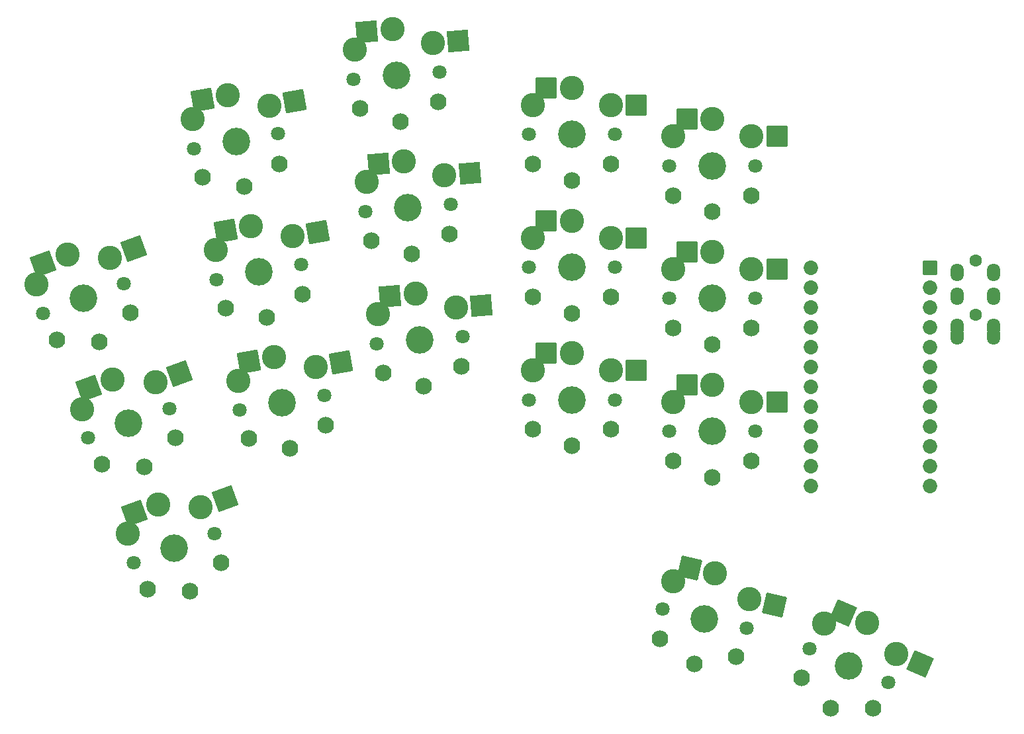
<source format=gbr>
%TF.GenerationSoftware,KiCad,Pcbnew,7.0.9*%
%TF.CreationDate,2023-12-28T22:45:01+01:00*%
%TF.ProjectId,pcb3,70636233-2e6b-4696-9361-645f70636258,v1.0.0*%
%TF.SameCoordinates,Original*%
%TF.FileFunction,Soldermask,Bot*%
%TF.FilePolarity,Negative*%
%FSLAX46Y46*%
G04 Gerber Fmt 4.6, Leading zero omitted, Abs format (unit mm)*
G04 Created by KiCad (PCBNEW 7.0.9) date 2023-12-28 22:45:01*
%MOMM*%
%LPD*%
G01*
G04 APERTURE LIST*
G04 Aperture macros list*
%AMRoundRect*
0 Rectangle with rounded corners*
0 $1 Rounding radius*
0 $2 $3 $4 $5 $6 $7 $8 $9 X,Y pos of 4 corners*
0 Add a 4 corners polygon primitive as box body*
4,1,4,$2,$3,$4,$5,$6,$7,$8,$9,$2,$3,0*
0 Add four circle primitives for the rounded corners*
1,1,$1+$1,$2,$3*
1,1,$1+$1,$4,$5*
1,1,$1+$1,$6,$7*
1,1,$1+$1,$8,$9*
0 Add four rect primitives between the rounded corners*
20,1,$1+$1,$2,$3,$4,$5,0*
20,1,$1+$1,$4,$5,$6,$7,0*
20,1,$1+$1,$6,$7,$8,$9,0*
20,1,$1+$1,$8,$9,$2,$3,0*%
G04 Aperture macros list end*
%ADD10C,1.801800*%
%ADD11C,3.529000*%
%ADD12C,2.132000*%
%ADD13C,3.100000*%
%ADD14RoundRect,0.050000X-1.300000X-1.300000X1.300000X-1.300000X1.300000X1.300000X-1.300000X1.300000X0*%
%ADD15RoundRect,0.050000X-1.181751X-1.408356X1.408356X-1.181751X1.181751X1.408356X-1.408356X1.181751X0*%
%ADD16RoundRect,0.050000X-0.776974X-1.666227X1.666227X-0.776974X0.776974X1.666227X-1.666227X0.776974X0*%
%ADD17RoundRect,0.050000X-1.704607X-0.688706X0.688706X-1.704607X1.704607X0.688706X-0.688706X1.704607X0*%
%ADD18RoundRect,0.050000X-1.054507X-1.505993X1.505993X-1.054507X1.054507X1.505993X-1.505993X1.054507X0*%
%ADD19C,1.600000*%
%ADD20O,1.700000X2.300000*%
%ADD21RoundRect,0.050000X-0.876300X0.876300X-0.876300X-0.876300X0.876300X-0.876300X0.876300X0.876300X0*%
%ADD22C,1.852600*%
%ADD23RoundRect,0.050000X-1.559117X-0.974245X0.974245X-1.559117X1.559117X0.974245X-0.974245X1.559117X0*%
G04 APERTURE END LIST*
D10*
%TO.C,S23*%
X105716990Y-52315855D03*
D11*
X100300547Y-53270920D03*
D10*
X94884104Y-54225985D03*
D12*
X105884449Y-56144949D03*
X96036371Y-57881430D03*
X101325071Y-59081286D03*
X101325071Y-59081286D03*
%TD*%
D10*
%TO.C,S11*%
X137732188Y-69380688D03*
D13*
X138232188Y-65630688D03*
X143232188Y-63430688D03*
X143232188Y-63430688D03*
D11*
X143232188Y-69380688D03*
D13*
X148232188Y-65630688D03*
D10*
X148732188Y-69380688D03*
D14*
X139957188Y-63430688D03*
X151507188Y-65630688D03*
%TD*%
D10*
%TO.C,S14*%
X155732186Y-73414025D03*
D13*
X156232186Y-69664025D03*
X161232186Y-67464025D03*
X161232186Y-67464025D03*
D11*
X161232186Y-73414025D03*
D13*
X166232186Y-69664025D03*
D10*
X166732186Y-73414025D03*
D14*
X157957186Y-67464025D03*
X169507186Y-69664025D03*
%TD*%
D10*
%TO.C,S8*%
X116824066Y-62273829D03*
D13*
X116995329Y-58494521D03*
X121784560Y-55867114D03*
X121784560Y-55867114D03*
D11*
X122303137Y-61794472D03*
D13*
X126957276Y-57622963D03*
D10*
X127782208Y-61315115D03*
D15*
X118522023Y-56152549D03*
X130219814Y-57337528D03*
%TD*%
D10*
%TO.C,S2*%
X81412466Y-91263769D03*
D13*
X80599736Y-87568911D03*
X84545755Y-83791487D03*
X84545755Y-83791487D03*
D11*
X86580775Y-89382658D03*
D13*
X89996663Y-84148710D03*
D10*
X91749084Y-87501547D03*
D16*
X81468262Y-84911603D03*
X93074156Y-83028594D03*
%TD*%
D10*
%TO.C,S21*%
X111621028Y-85799319D03*
D11*
X106204585Y-86754384D03*
D10*
X100788142Y-87709449D03*
D12*
X111788487Y-89628413D03*
X101940409Y-91364894D03*
X107229109Y-92564750D03*
X107229109Y-92564750D03*
%TD*%
D10*
%TO.C,S32*%
X166732192Y-56414023D03*
D11*
X161232192Y-56414023D03*
D10*
X155732192Y-56414023D03*
D12*
X166232192Y-60214023D03*
X156232192Y-60214023D03*
X161232192Y-62314023D03*
X161232192Y-62314023D03*
%TD*%
D10*
%TO.C,S19*%
X91749084Y-87501547D03*
D11*
X86580775Y-89382658D03*
D10*
X81412466Y-91263769D03*
D12*
X92578915Y-91243389D03*
X83181988Y-94663591D03*
X88598694Y-94926844D03*
X88598694Y-94926844D03*
%TD*%
D10*
%TO.C,S12*%
X137732191Y-52380688D03*
D13*
X138232191Y-48630688D03*
X143232191Y-46430688D03*
X143232191Y-46430688D03*
D11*
X143232191Y-52380688D03*
D13*
X148232191Y-48630688D03*
D10*
X148732191Y-52380688D03*
D14*
X139957191Y-46430688D03*
X151507191Y-48630688D03*
%TD*%
D10*
%TO.C,S17*%
X173632418Y-118263999D03*
D13*
X175557912Y-115007471D03*
X181020045Y-114936016D03*
X181020045Y-114936016D03*
D11*
X178695195Y-120413020D03*
D13*
X184762961Y-118914782D03*
D10*
X183757972Y-122562041D03*
D17*
X178005392Y-113656372D03*
X187777614Y-120194427D03*
%TD*%
D10*
%TO.C,S4*%
X100788142Y-87709449D03*
D13*
X100629366Y-83929596D03*
X105171378Y-80894778D03*
X105171378Y-80894778D03*
D11*
X106204585Y-86754384D03*
D13*
X110477443Y-82193114D03*
D10*
X111621028Y-85799319D03*
D18*
X101946133Y-81463476D03*
X113702688Y-81624416D03*
%TD*%
D10*
%TO.C,S33*%
X165591221Y-115651259D03*
D11*
X160232186Y-114414028D03*
D10*
X154873151Y-113176797D03*
D12*
X164249222Y-119241390D03*
X154505522Y-116991879D03*
X158904975Y-120162811D03*
X158904975Y-120162811D03*
%TD*%
D10*
%TO.C,S9*%
X115342421Y-45338519D03*
D13*
X115513684Y-41559211D03*
X120302915Y-38931804D03*
X120302915Y-38931804D03*
D11*
X120821492Y-44859162D03*
D13*
X125475631Y-40687653D03*
D10*
X126300563Y-44379805D03*
D15*
X117040378Y-39217239D03*
X128738169Y-40402218D03*
%TD*%
D10*
%TO.C,S24*%
X129263861Y-78250426D03*
D11*
X123784790Y-78729783D03*
D10*
X118305719Y-79209140D03*
D12*
X129096955Y-82079544D03*
X119135008Y-82951102D03*
X124299009Y-84607332D03*
X124299009Y-84607332D03*
%TD*%
D19*
%TO.C,TRRS1*%
X194882183Y-68514024D03*
X194882183Y-75514024D03*
D20*
X192582183Y-78214024D03*
X197182183Y-78214024D03*
X192582183Y-77114024D03*
X197182183Y-77114024D03*
X192582183Y-73114024D03*
X197182183Y-73114024D03*
X192582183Y-70114024D03*
X197182183Y-70114024D03*
%TD*%
D10*
%TO.C,S29*%
X148732191Y-52380688D03*
D11*
X143232191Y-52380688D03*
D10*
X137732191Y-52380688D03*
D12*
X148232191Y-56180688D03*
X138232191Y-56180688D03*
X143232191Y-58280688D03*
X143232191Y-58280688D03*
%TD*%
D10*
%TO.C,S13*%
X155732193Y-90414035D03*
D13*
X156232193Y-86664035D03*
X161232193Y-84464035D03*
X161232193Y-84464035D03*
D11*
X161232193Y-90414035D03*
D13*
X166232193Y-86664035D03*
D10*
X166732193Y-90414035D03*
D14*
X157957193Y-84464035D03*
X169507193Y-86664035D03*
%TD*%
D21*
%TO.C,MCU1*%
X189052185Y-69444021D03*
D22*
X189052185Y-71984021D03*
X189052185Y-74524021D03*
X189052185Y-77064021D03*
X189052185Y-79604021D03*
X189052185Y-82144021D03*
X189052185Y-84684021D03*
X189052185Y-87224021D03*
X189052185Y-89764021D03*
X189052185Y-92304021D03*
X189052185Y-94844021D03*
X189052185Y-97384021D03*
X173812185Y-69444021D03*
X173812185Y-71984021D03*
X173812185Y-74524021D03*
X173812185Y-77064021D03*
X173812185Y-79604021D03*
X173812185Y-82144021D03*
X173812185Y-84684021D03*
X173812185Y-87224021D03*
X173812185Y-89764021D03*
X173812185Y-92304021D03*
X173812185Y-94844021D03*
X173812185Y-97384021D03*
%TD*%
D10*
%TO.C,S30*%
X166732193Y-90414035D03*
D11*
X161232193Y-90414035D03*
D10*
X155732193Y-90414035D03*
D12*
X166232193Y-94214035D03*
X156232193Y-94214035D03*
X161232193Y-96314035D03*
X161232193Y-96314035D03*
%TD*%
D10*
%TO.C,S1*%
X87226811Y-107238546D03*
D13*
X86414081Y-103543688D03*
X90360100Y-99766264D03*
X90360100Y-99766264D03*
D11*
X92395120Y-105357435D03*
D13*
X95811008Y-100123487D03*
D10*
X97563429Y-103476324D03*
D16*
X87282607Y-100886380D03*
X98888501Y-99003371D03*
%TD*%
D10*
%TO.C,S18*%
X97563429Y-103476324D03*
D11*
X92395120Y-105357435D03*
D10*
X87226811Y-107238546D03*
D12*
X98393260Y-107218166D03*
X88996333Y-110638368D03*
X94413039Y-110901621D03*
X94413039Y-110901621D03*
%TD*%
D10*
%TO.C,S27*%
X148732192Y-86380695D03*
D11*
X143232192Y-86380695D03*
D10*
X137732192Y-86380695D03*
D12*
X148232192Y-90180695D03*
X138232192Y-90180695D03*
X143232192Y-92280695D03*
X143232192Y-92280695D03*
%TD*%
D10*
%TO.C,S6*%
X94884104Y-54225985D03*
D13*
X94725328Y-50446132D03*
X99267340Y-47411314D03*
X99267340Y-47411314D03*
D11*
X100300547Y-53270920D03*
D13*
X104573405Y-48709650D03*
D10*
X105716990Y-52315855D03*
D18*
X96042095Y-47980012D03*
X107798650Y-48140952D03*
%TD*%
D10*
%TO.C,S20*%
X85934741Y-71526774D03*
D11*
X80766432Y-73407885D03*
D10*
X75598123Y-75288996D03*
D12*
X86764572Y-75268616D03*
X77367645Y-78688818D03*
X82784351Y-78952071D03*
X82784351Y-78952071D03*
%TD*%
D10*
%TO.C,S16*%
X154873151Y-113176797D03*
D13*
X156203902Y-109635385D03*
X161570645Y-108616526D03*
X161570645Y-108616526D03*
D11*
X160232186Y-114414028D03*
D13*
X165947603Y-111884896D03*
D10*
X165591221Y-115651259D03*
D23*
X158379583Y-107879811D03*
X169138665Y-112621610D03*
%TD*%
D10*
%TO.C,S28*%
X148732188Y-69380688D03*
D11*
X143232188Y-69380688D03*
D10*
X137732188Y-69380688D03*
D12*
X148232188Y-73180688D03*
X138232188Y-73180688D03*
X143232188Y-75280688D03*
X143232188Y-75280688D03*
%TD*%
D10*
%TO.C,S34*%
X183757972Y-122562041D03*
D11*
X178695195Y-120413020D03*
D10*
X173632418Y-118263999D03*
D12*
X181812941Y-125864594D03*
X172607892Y-121957283D03*
X176389881Y-125843999D03*
X176389881Y-125843999D03*
%TD*%
D10*
%TO.C,S10*%
X137732192Y-86380695D03*
D13*
X138232192Y-82630695D03*
X143232192Y-80430695D03*
X143232192Y-80430695D03*
D11*
X143232192Y-86380695D03*
D13*
X148232192Y-82630695D03*
D10*
X148732192Y-86380695D03*
D14*
X139957192Y-80430695D03*
X151507192Y-82630695D03*
%TD*%
D10*
%TO.C,S3*%
X75598123Y-75288996D03*
D13*
X74785393Y-71594138D03*
X78731412Y-67816714D03*
X78731412Y-67816714D03*
D11*
X80766432Y-73407885D03*
D13*
X84182320Y-68173937D03*
D10*
X85934741Y-71526774D03*
D16*
X75653919Y-68936830D03*
X87259813Y-67053821D03*
%TD*%
D10*
%TO.C,S25*%
X127782208Y-61315115D03*
D11*
X122303137Y-61794472D03*
D10*
X116824066Y-62273829D03*
D12*
X127615302Y-65144233D03*
X117653355Y-66015791D03*
X122817356Y-67672021D03*
X122817356Y-67672021D03*
%TD*%
D10*
%TO.C,S26*%
X126300563Y-44379805D03*
D11*
X120821492Y-44859162D03*
D10*
X115342421Y-45338519D03*
D12*
X126133657Y-48208923D03*
X116171710Y-49080481D03*
X121335711Y-50736711D03*
X121335711Y-50736711D03*
%TD*%
D10*
%TO.C,S22*%
X108669006Y-69057587D03*
D11*
X103252563Y-70012652D03*
D10*
X97836120Y-70967717D03*
D12*
X108836465Y-72886681D03*
X98988387Y-74623162D03*
X104277087Y-75823018D03*
X104277087Y-75823018D03*
%TD*%
D10*
%TO.C,S7*%
X118305719Y-79209140D03*
D13*
X118476982Y-75429832D03*
X123266213Y-72802425D03*
X123266213Y-72802425D03*
D11*
X123784790Y-78729783D03*
D13*
X128438929Y-74558274D03*
D10*
X129263861Y-78250426D03*
D15*
X120003676Y-73087860D03*
X131701467Y-74272839D03*
%TD*%
D10*
%TO.C,S15*%
X155732192Y-56414023D03*
D13*
X156232192Y-52664023D03*
X161232192Y-50464023D03*
X161232192Y-50464023D03*
D11*
X161232192Y-56414023D03*
D13*
X166232192Y-52664023D03*
D10*
X166732192Y-56414023D03*
D14*
X157957192Y-50464023D03*
X169507192Y-52664023D03*
%TD*%
D10*
%TO.C,S5*%
X97836120Y-70967717D03*
D13*
X97677344Y-67187864D03*
X102219356Y-64153046D03*
X102219356Y-64153046D03*
D11*
X103252563Y-70012652D03*
D13*
X107525421Y-65451382D03*
D10*
X108669006Y-69057587D03*
D18*
X98994111Y-64721744D03*
X110750666Y-64882684D03*
%TD*%
D10*
%TO.C,S31*%
X166732186Y-73414025D03*
D11*
X161232186Y-73414025D03*
D10*
X155732186Y-73414025D03*
D12*
X166232186Y-77214025D03*
X156232186Y-77214025D03*
X161232186Y-79314025D03*
X161232186Y-79314025D03*
%TD*%
M02*

</source>
